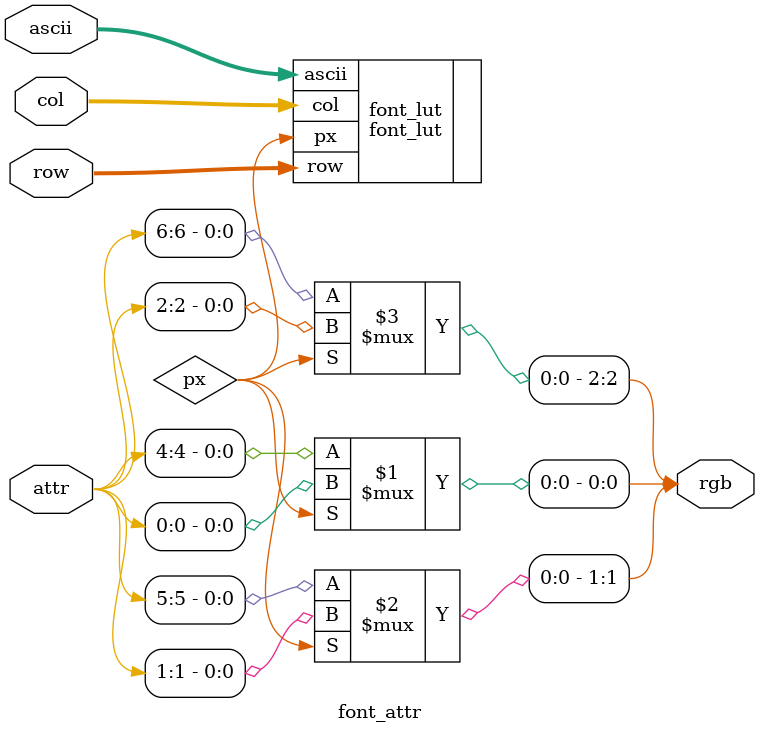
<source format=v>
`timescale 1ns / 1ps
`default_nettype none

module font_attr(
    output wire [2:0] rgb,
    input wire [7:0] ascii,
    input wire [7:0] attr,
    input wire [3:0] row,
    input wire [2:0] col
);

    wire px;

    assign rgb[0] = px ? attr[0] : attr[4];
    assign rgb[1] = px ? attr[1] : attr[5];
    assign rgb[2] = px ? attr[2] : attr[6];

    font_lut font_lut(
        .px(px),
        .ascii(ascii),
        .row(row),
        .col(col)
    );

endmodule

</source>
